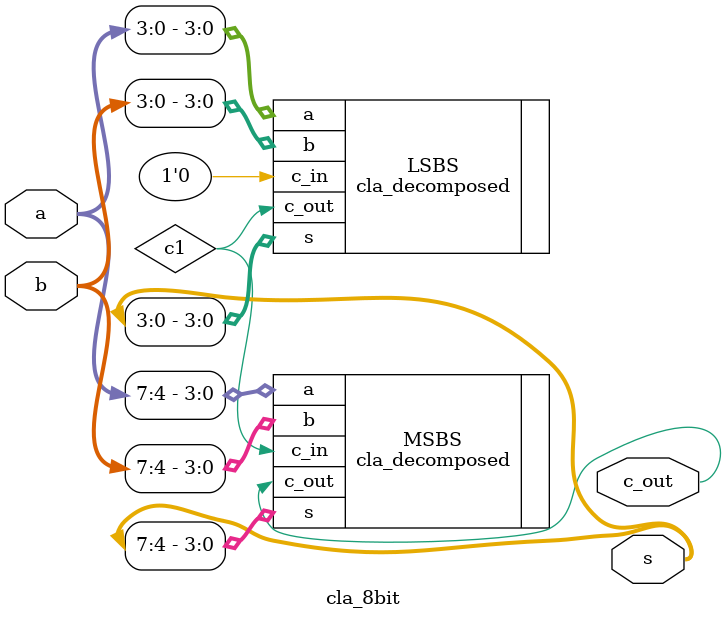
<source format=v>
module cla_8bit(a,b,s,c_out);

parameter NBIT = 8; //Number of bits of the adder
parameter NNL= 56; //Number of bits of the non linear input
 
input [NBIT-1:0]  a,b;
output [NBIT-1:0] s;
output           c_out;

wire  c1;


cla_decomposed
LSBS (
        .a(a[NBIT/2-1:0]),
        .b(b[NBIT/2-1:0]),
        .c_in(1'b0),
        .s(s[NBIT/2-1:0]),
        .c_out(c1)
);

cla_decomposed
MSBS (
        .a(a[NBIT-1:NBIT/2]),
        .b(b[NBIT-1:NBIT/2]),
        .c_in(c1),
        .s(s[NBIT-1:NBIT/2]),
        .c_out(c_out)
);

endmodule

</source>
